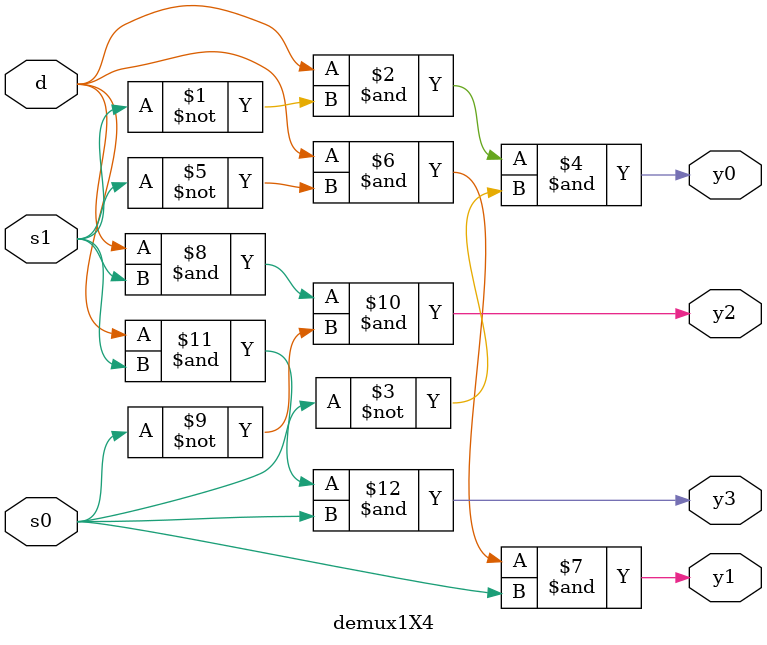
<source format=v>
module demux1X4(output y0,y1,y2,y3,input d,s0,s1);
assign y0=d&(~s1)&(~s0);
assign y1=d&(~s1)&s0;
assign y2=d&s1&(~s0);
assign y3=d&s1&s0;
endmodule

</source>
